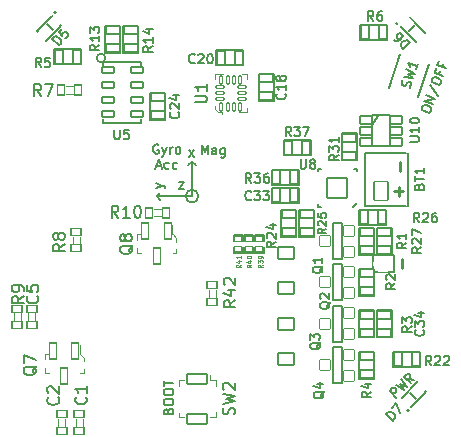
<source format=gto>
G04 #@! TF.GenerationSoftware,KiCad,Pcbnew,(6.0.2-0)*
G04 #@! TF.CreationDate,2022-07-16T10:45:31+02:00*
G04 #@! TF.ProjectId,Crazyflie contol board,4372617a-7966-46c6-9965-20636f6e746f,2.2*
G04 #@! TF.SameCoordinates,Original*
G04 #@! TF.FileFunction,Legend,Top*
G04 #@! TF.FilePolarity,Positive*
%FSLAX46Y46*%
G04 Gerber Fmt 4.6, Leading zero omitted, Abs format (unit mm)*
G04 Created by KiCad (PCBNEW (6.0.2-0)) date 2022-07-16 10:45:31*
%MOMM*%
%LPD*%
G01*
G04 APERTURE LIST*
G04 Aperture macros list*
%AMRoundRect*
0 Rectangle with rounded corners*
0 $1 Rounding radius*
0 $2 $3 $4 $5 $6 $7 $8 $9 X,Y pos of 4 corners*
0 Add a 4 corners polygon primitive as box body*
4,1,4,$2,$3,$4,$5,$6,$7,$8,$9,$2,$3,0*
0 Add four circle primitives for the rounded corners*
1,1,$1+$1,$2,$3*
1,1,$1+$1,$4,$5*
1,1,$1+$1,$6,$7*
1,1,$1+$1,$8,$9*
0 Add four rect primitives between the rounded corners*
20,1,$1+$1,$2,$3,$4,$5,0*
20,1,$1+$1,$4,$5,$6,$7,0*
20,1,$1+$1,$6,$7,$8,$9,0*
20,1,$1+$1,$8,$9,$2,$3,0*%
G04 Aperture macros list end*
%ADD10C,0.200660*%
%ADD11C,0.200025*%
%ADD12C,0.250190*%
%ADD13C,0.175000*%
%ADD14C,0.099060*%
%ADD15C,0.150000*%
%ADD16C,0.127000*%
%ADD17C,0.120000*%
%ADD18C,0.100000*%
%ADD19C,0.381000*%
%ADD20R,1.198880X1.600200*%
%ADD21O,1.198880X1.600200*%
%ADD22RoundRect,0.071120X-0.457200X0.457200X-0.457200X-0.457200X0.457200X-0.457200X0.457200X0.457200X0*%
%ADD23RoundRect,0.071120X-0.500380X0.350520X-0.500380X-0.350520X0.500380X-0.350520X0.500380X0.350520X0*%
%ADD24RoundRect,0.071120X0.571500X-0.317500X0.571500X0.317500X-0.571500X0.317500X-0.571500X-0.317500X0*%
%ADD25RoundRect,0.071120X0.317500X0.571500X-0.317500X0.571500X-0.317500X-0.571500X0.317500X-0.571500X0*%
%ADD26RoundRect,0.071120X-0.571500X0.317500X-0.571500X-0.317500X0.571500X-0.317500X0.571500X0.317500X0*%
%ADD27RoundRect,0.071120X-0.317500X-0.571500X0.317500X-0.571500X0.317500X0.571500X-0.317500X0.571500X0*%
%ADD28O,0.942340X0.391160*%
%ADD29O,0.391160X0.942340*%
%ADD30C,0.523240*%
%ADD31RoundRect,0.071120X0.849630X-0.849630X0.849630X0.849630X-0.849630X0.849630X-0.849630X-0.849630X0*%
%ADD32RoundRect,0.071120X0.000000X0.563960X-0.563960X0.000000X0.000000X-0.563960X0.563960X0.000000X0*%
%ADD33RoundRect,0.071120X0.563960X0.000000X0.000000X0.563960X-0.563960X0.000000X0.000000X-0.563960X0*%
%ADD34RoundRect,0.071120X0.000000X-0.563960X0.563960X0.000000X0.000000X0.563960X-0.563960X0.000000X0*%
%ADD35RoundRect,0.071120X0.599440X-0.800100X0.599440X0.800100X-0.599440X0.800100X-0.599440X-0.800100X0*%
%ADD36O,1.341120X1.742440*%
%ADD37RoundRect,0.071120X0.962672X0.213340X-0.653420X0.738440X-0.962672X-0.213340X0.653420X-0.738440X0*%
%ADD38RoundRect,0.071120X0.500380X-0.250190X0.500380X0.250190X-0.500380X0.250190X-0.500380X-0.250190X0*%
%ADD39RoundRect,0.071120X-0.299720X0.199390X-0.299720X-0.199390X0.299720X-0.199390X0.299720X0.199390X0*%
%ADD40RoundRect,0.071120X-0.400000X0.300000X-0.400000X-0.300000X0.400000X-0.300000X0.400000X0.300000X0*%
%ADD41RoundRect,0.071120X-0.850000X0.400000X-0.850000X-0.400000X0.850000X-0.400000X0.850000X0.400000X0*%
%ADD42RoundRect,0.071120X-0.300000X-0.400000X0.300000X-0.400000X0.300000X0.400000X-0.300000X0.400000X0*%
%ADD43RoundRect,0.071120X0.400000X-0.300000X0.400000X0.300000X-0.400000X0.300000X-0.400000X-0.300000X0*%
%ADD44RoundRect,0.070000X-0.300000X0.650000X-0.300000X-0.650000X0.300000X-0.650000X0.300000X0.650000X0*%
%ADD45C,1.500000*%
%ADD46RoundRect,0.071120X0.125000X-0.337500X0.125000X0.337500X-0.125000X0.337500X-0.125000X-0.337500X0*%
%ADD47RoundRect,0.071120X0.337500X-0.125000X0.337500X0.125000X-0.337500X0.125000X-0.337500X-0.125000X0*%
%ADD48RoundRect,0.071120X0.699770X-0.500380X0.699770X0.500380X-0.699770X0.500380X-0.699770X-0.500380X0*%
%ADD49O,1.541780X1.143000*%
%ADD50O,1.742440X1.341120*%
%ADD51C,0.522240*%
G04 APERTURE END LIST*
D10*
X133700520Y-99702620D02*
X134000240Y-99402900D01*
X133700520Y-99702620D02*
X134000240Y-100002340D01*
X136700260Y-99702620D02*
X133700520Y-99702620D01*
X151998680Y-104703880D02*
X151998680Y-105803700D01*
X136700260Y-96801940D02*
X136400540Y-97101660D01*
X153799540Y-104703880D02*
X151998680Y-104703880D01*
X153799540Y-106103420D02*
X153799540Y-104703880D01*
X136700260Y-99702620D02*
X133700520Y-99702620D01*
X136700260Y-96801940D02*
X136999980Y-97101660D01*
X136700260Y-96801940D02*
X136700260Y-99702620D01*
X152199340Y-106103420D02*
X153799540Y-106103420D01*
X137239375Y-99702620D02*
G75*
G03*
X137239375Y-99702620I-539115J0D01*
G01*
X136700260Y-96801940D02*
X136700260Y-99702620D01*
X136400540Y-97101660D02*
X136400540Y-97104200D01*
X136999980Y-97101660D02*
X136999980Y-97104200D01*
X137239375Y-99702620D02*
G75*
G03*
X137239375Y-99702620I-539115J0D01*
G01*
X136700260Y-96801940D02*
X136999980Y-97101660D01*
X136400540Y-97101660D02*
X136400540Y-97104200D01*
X136999980Y-97101660D02*
X136999980Y-97104200D01*
X136700260Y-96801940D02*
X136400540Y-97101660D01*
D11*
X136490710Y-96363790D02*
X136909810Y-95830390D01*
X136490710Y-95830390D02*
X136909810Y-96363790D01*
X133859270Y-95338710D02*
X133783070Y-95300610D01*
X133668770Y-95300610D01*
X133554470Y-95338710D01*
X133478270Y-95414910D01*
X133440170Y-95491110D01*
X133402070Y-95643510D01*
X133402070Y-95757810D01*
X133440170Y-95910210D01*
X133478270Y-95986410D01*
X133554470Y-96062610D01*
X133668770Y-96100710D01*
X133744970Y-96100710D01*
X133859270Y-96062610D01*
X133897370Y-96024510D01*
X133897370Y-95757810D01*
X133744970Y-95757810D01*
X134164070Y-95567310D02*
X134354570Y-96100710D01*
X134545070Y-95567310D02*
X134354570Y-96100710D01*
X134278370Y-96291210D01*
X134240270Y-96329310D01*
X134164070Y-96367410D01*
X134849870Y-96100710D02*
X134849870Y-95567310D01*
X134849870Y-95719710D02*
X134887970Y-95643510D01*
X134926070Y-95605410D01*
X135002270Y-95567310D01*
X135078470Y-95567310D01*
X135459470Y-96100710D02*
X135383270Y-96062610D01*
X135345170Y-96024510D01*
X135307070Y-95948310D01*
X135307070Y-95719710D01*
X135345170Y-95643510D01*
X135383270Y-95605410D01*
X135459470Y-95567310D01*
X135573770Y-95567310D01*
X135649970Y-95605410D01*
X135688070Y-95643510D01*
X135726170Y-95719710D01*
X135726170Y-95948310D01*
X135688070Y-96024510D01*
X135649970Y-96062610D01*
X135573770Y-96100710D01*
X135459470Y-96100710D01*
X133687820Y-97160271D02*
X134068820Y-97160271D01*
X133611620Y-97388871D02*
X133878320Y-96588771D01*
X134145020Y-97388871D01*
X134754620Y-97350771D02*
X134678420Y-97388871D01*
X134526020Y-97388871D01*
X134449820Y-97350771D01*
X134411720Y-97312671D01*
X134373620Y-97236471D01*
X134373620Y-97007871D01*
X134411720Y-96931671D01*
X134449820Y-96893571D01*
X134526020Y-96855471D01*
X134678420Y-96855471D01*
X134754620Y-96893571D01*
X135440420Y-97350771D02*
X135364220Y-97388871D01*
X135211820Y-97388871D01*
X135135620Y-97350771D01*
X135097520Y-97312671D01*
X135059420Y-97236471D01*
X135059420Y-97007871D01*
X135097520Y-96931671D01*
X135135620Y-96893571D01*
X135211820Y-96855471D01*
X135364220Y-96855471D01*
X135440420Y-96893571D01*
D12*
X153819618Y-99271182D02*
X154582101Y-99271182D01*
X154200860Y-99652424D02*
X154200860Y-98889940D01*
D11*
X133628130Y-98993960D02*
X134161530Y-98803460D01*
X133628130Y-98612960D02*
X134161530Y-98803460D01*
X134352030Y-98879660D01*
X134390130Y-98917760D01*
X134428230Y-98993960D01*
X154001595Y-116760278D02*
X153435839Y-116194522D01*
X153651365Y-115978996D01*
X153732188Y-115952055D01*
X153786069Y-115952055D01*
X153866891Y-115978996D01*
X153947714Y-116059818D01*
X153974655Y-116140641D01*
X153974655Y-116194522D01*
X153947714Y-116275344D01*
X153732188Y-116490871D01*
X153947714Y-115682648D02*
X154648174Y-116113700D01*
X154351825Y-115601825D01*
X154863700Y-115898174D01*
X154432648Y-115197714D01*
X155537219Y-115224655D02*
X155079226Y-115143832D01*
X155213930Y-115547944D02*
X154648174Y-114982188D01*
X154863700Y-114766661D01*
X154944522Y-114739721D01*
X154998404Y-114739721D01*
X155079226Y-114766661D01*
X155160048Y-114847484D01*
X155186989Y-114928306D01*
X155186989Y-114982188D01*
X155160048Y-115063010D01*
X154944522Y-115278536D01*
X137509400Y-96161950D02*
X137509400Y-95361850D01*
X137776100Y-95933350D01*
X138042800Y-95361850D01*
X138042800Y-96161950D01*
X138766700Y-96161950D02*
X138766700Y-95742850D01*
X138728600Y-95666650D01*
X138652400Y-95628550D01*
X138500000Y-95628550D01*
X138423800Y-95666650D01*
X138766700Y-96123850D02*
X138690500Y-96161950D01*
X138500000Y-96161950D01*
X138423800Y-96123850D01*
X138385700Y-96047650D01*
X138385700Y-95971450D01*
X138423800Y-95895250D01*
X138500000Y-95857150D01*
X138690500Y-95857150D01*
X138766700Y-95819050D01*
X139490600Y-95628550D02*
X139490600Y-96276250D01*
X139452500Y-96352450D01*
X139414400Y-96390550D01*
X139338200Y-96428650D01*
X139223900Y-96428650D01*
X139147700Y-96390550D01*
X139490600Y-96123850D02*
X139414400Y-96161950D01*
X139262000Y-96161950D01*
X139185800Y-96123850D01*
X139147700Y-96085750D01*
X139109600Y-96009550D01*
X139109600Y-95780950D01*
X139147700Y-95704750D01*
X139185800Y-95666650D01*
X139262000Y-95628550D01*
X139414400Y-95628550D01*
X139490600Y-95666650D01*
D12*
X154470462Y-105783621D02*
X154470462Y-105021138D01*
D11*
X134692850Y-117885850D02*
X134730950Y-117771550D01*
X134769050Y-117733450D01*
X134845250Y-117695350D01*
X134959550Y-117695350D01*
X135035750Y-117733450D01*
X135073850Y-117771550D01*
X135111950Y-117847750D01*
X135111950Y-118152550D01*
X134311850Y-118152550D01*
X134311850Y-117885850D01*
X134349950Y-117809650D01*
X134388050Y-117771550D01*
X134464250Y-117733450D01*
X134540450Y-117733450D01*
X134616650Y-117771550D01*
X134654750Y-117809650D01*
X134692850Y-117885850D01*
X134692850Y-118152550D01*
X134311850Y-117200050D02*
X134311850Y-117047650D01*
X134349950Y-116971450D01*
X134426150Y-116895250D01*
X134578550Y-116857150D01*
X134845250Y-116857150D01*
X134997650Y-116895250D01*
X135073850Y-116971450D01*
X135111950Y-117047650D01*
X135111950Y-117200050D01*
X135073850Y-117276250D01*
X134997650Y-117352450D01*
X134845250Y-117390550D01*
X134578550Y-117390550D01*
X134426150Y-117352450D01*
X134349950Y-117276250D01*
X134311850Y-117200050D01*
X134311850Y-116361850D02*
X134311850Y-116209450D01*
X134349950Y-116133250D01*
X134426150Y-116057050D01*
X134578550Y-116018950D01*
X134845250Y-116018950D01*
X134997650Y-116057050D01*
X135073850Y-116133250D01*
X135111950Y-116209450D01*
X135111950Y-116361850D01*
X135073850Y-116438050D01*
X134997650Y-116514250D01*
X134845250Y-116552350D01*
X134578550Y-116552350D01*
X134426150Y-116514250D01*
X134349950Y-116438050D01*
X134311850Y-116361850D01*
X134311850Y-115790350D02*
X134311850Y-115333150D01*
X135111950Y-115561750D02*
X134311850Y-115561750D01*
X135589010Y-98530410D02*
X136008110Y-98530410D01*
X135589010Y-99063810D01*
X136008110Y-99063810D01*
X156147632Y-92247665D02*
X156199756Y-92104456D01*
X156261620Y-92045882D01*
X156359287Y-92000339D01*
X156515527Y-92016661D01*
X156766143Y-92107878D01*
X156896321Y-92195804D01*
X156941863Y-92293470D01*
X156951604Y-92378106D01*
X156899480Y-92521315D01*
X156837616Y-92579889D01*
X156739949Y-92625431D01*
X156583709Y-92609110D01*
X156333093Y-92517893D01*
X156202915Y-92429967D01*
X156157372Y-92332300D01*
X156147632Y-92247665D01*
X157134037Y-91876874D02*
X156382189Y-91603223D01*
X157290409Y-91447246D01*
X156538561Y-91173596D01*
X156828533Y-90265508D02*
X157560637Y-91261785D01*
X157007676Y-89884714D02*
X157059800Y-89741504D01*
X157121664Y-89682931D01*
X157219330Y-89637388D01*
X157375570Y-89653710D01*
X157626187Y-89744927D01*
X157756365Y-89832853D01*
X157801907Y-89930519D01*
X157811648Y-90015155D01*
X157759524Y-90158364D01*
X157697660Y-90216938D01*
X157599993Y-90262480D01*
X157443753Y-90246159D01*
X157193137Y-90154942D01*
X157062959Y-90067016D01*
X157017416Y-89969349D01*
X157007676Y-89884714D01*
X157691473Y-89119966D02*
X157600256Y-89370582D01*
X157994081Y-89513923D02*
X157242233Y-89240272D01*
X157372543Y-88882250D01*
X157926030Y-88475525D02*
X157834813Y-88726141D01*
X158228639Y-88869482D02*
X157476791Y-88595831D01*
X157607100Y-88237808D01*
D12*
X154272342Y-97581961D02*
X154272342Y-96819478D01*
D11*
X147788150Y-105626200D02*
X147750050Y-105702400D01*
X147673850Y-105778600D01*
X147559550Y-105892900D01*
X147521450Y-105969100D01*
X147521450Y-106045300D01*
X147711950Y-106007200D02*
X147673850Y-106083400D01*
X147597650Y-106159600D01*
X147445250Y-106197700D01*
X147178550Y-106197700D01*
X147026150Y-106159600D01*
X146949950Y-106083400D01*
X146911850Y-106007200D01*
X146911850Y-105854800D01*
X146949950Y-105778600D01*
X147026150Y-105702400D01*
X147178550Y-105664300D01*
X147445250Y-105664300D01*
X147597650Y-105702400D01*
X147673850Y-105778600D01*
X147711950Y-105854800D01*
X147711950Y-106007200D01*
X147711950Y-104902300D02*
X147711950Y-105359500D01*
X147711950Y-105130900D02*
X146911850Y-105130900D01*
X147026150Y-105207100D01*
X147102350Y-105283300D01*
X147140450Y-105359500D01*
X148393150Y-108661200D02*
X148355050Y-108737400D01*
X148278850Y-108813600D01*
X148164550Y-108927900D01*
X148126450Y-109004100D01*
X148126450Y-109080300D01*
X148316950Y-109042200D02*
X148278850Y-109118400D01*
X148202650Y-109194600D01*
X148050250Y-109232700D01*
X147783550Y-109232700D01*
X147631150Y-109194600D01*
X147554950Y-109118400D01*
X147516850Y-109042200D01*
X147516850Y-108889800D01*
X147554950Y-108813600D01*
X147631150Y-108737400D01*
X147783550Y-108699300D01*
X148050250Y-108699300D01*
X148202650Y-108737400D01*
X148278850Y-108813600D01*
X148316950Y-108889800D01*
X148316950Y-109042200D01*
X147593050Y-108394500D02*
X147554950Y-108356400D01*
X147516850Y-108280200D01*
X147516850Y-108089700D01*
X147554950Y-108013500D01*
X147593050Y-107975400D01*
X147669250Y-107937300D01*
X147745450Y-107937300D01*
X147859750Y-107975400D01*
X148316950Y-108432600D01*
X148316950Y-107937300D01*
X147588150Y-112076200D02*
X147550050Y-112152400D01*
X147473850Y-112228600D01*
X147359550Y-112342900D01*
X147321450Y-112419100D01*
X147321450Y-112495300D01*
X147511950Y-112457200D02*
X147473850Y-112533400D01*
X147397650Y-112609600D01*
X147245250Y-112647700D01*
X146978550Y-112647700D01*
X146826150Y-112609600D01*
X146749950Y-112533400D01*
X146711850Y-112457200D01*
X146711850Y-112304800D01*
X146749950Y-112228600D01*
X146826150Y-112152400D01*
X146978550Y-112114300D01*
X147245250Y-112114300D01*
X147397650Y-112152400D01*
X147473850Y-112228600D01*
X147511950Y-112304800D01*
X147511950Y-112457200D01*
X146711850Y-111847600D02*
X146711850Y-111352300D01*
X147016650Y-111619000D01*
X147016650Y-111504700D01*
X147054750Y-111428500D01*
X147092850Y-111390400D01*
X147169050Y-111352300D01*
X147359550Y-111352300D01*
X147435750Y-111390400D01*
X147473850Y-111428500D01*
X147511950Y-111504700D01*
X147511950Y-111733300D01*
X147473850Y-111809500D01*
X147435750Y-111847600D01*
X147888150Y-116226200D02*
X147850050Y-116302400D01*
X147773850Y-116378600D01*
X147659550Y-116492900D01*
X147621450Y-116569100D01*
X147621450Y-116645300D01*
X147811950Y-116607200D02*
X147773850Y-116683400D01*
X147697650Y-116759600D01*
X147545250Y-116797700D01*
X147278550Y-116797700D01*
X147126150Y-116759600D01*
X147049950Y-116683400D01*
X147011850Y-116607200D01*
X147011850Y-116454800D01*
X147049950Y-116378600D01*
X147126150Y-116302400D01*
X147278550Y-116264300D01*
X147545250Y-116264300D01*
X147697650Y-116302400D01*
X147773850Y-116378600D01*
X147811950Y-116454800D01*
X147811950Y-116607200D01*
X147278550Y-115578500D02*
X147811950Y-115578500D01*
X146973750Y-115769000D02*
X147545250Y-115959500D01*
X147545250Y-115464200D01*
X155136850Y-95095060D02*
X155784550Y-95095060D01*
X155860750Y-95056960D01*
X155898850Y-95018860D01*
X155936950Y-94942660D01*
X155936950Y-94790260D01*
X155898850Y-94714060D01*
X155860750Y-94675960D01*
X155784550Y-94637860D01*
X155136850Y-94637860D01*
X155936950Y-93837760D02*
X155936950Y-94294960D01*
X155936950Y-94066360D02*
X155136850Y-94066360D01*
X155251150Y-94142560D01*
X155327350Y-94218760D01*
X155365450Y-94294960D01*
X155136850Y-93342460D02*
X155136850Y-93266260D01*
X155174950Y-93190060D01*
X155213050Y-93151960D01*
X155289250Y-93113860D01*
X155441650Y-93075760D01*
X155632150Y-93075760D01*
X155784550Y-93113860D01*
X155860750Y-93151960D01*
X155898850Y-93190060D01*
X155936950Y-93266260D01*
X155936950Y-93342460D01*
X155898850Y-93418660D01*
X155860750Y-93456760D01*
X155784550Y-93494860D01*
X155632150Y-93532960D01*
X155441650Y-93532960D01*
X155289250Y-93494860D01*
X155213050Y-93456760D01*
X155174950Y-93418660D01*
X155136850Y-93342460D01*
X156285750Y-111014350D02*
X156323850Y-111052450D01*
X156361950Y-111166750D01*
X156361950Y-111242950D01*
X156323850Y-111357250D01*
X156247650Y-111433450D01*
X156171450Y-111471550D01*
X156019050Y-111509650D01*
X155904750Y-111509650D01*
X155752350Y-111471550D01*
X155676150Y-111433450D01*
X155599950Y-111357250D01*
X155561850Y-111242950D01*
X155561850Y-111166750D01*
X155599950Y-111052450D01*
X155638050Y-111014350D01*
X155561850Y-110747650D02*
X155561850Y-110252350D01*
X155866650Y-110519050D01*
X155866650Y-110404750D01*
X155904750Y-110328550D01*
X155942850Y-110290450D01*
X156019050Y-110252350D01*
X156209550Y-110252350D01*
X156285750Y-110290450D01*
X156323850Y-110328550D01*
X156361950Y-110404750D01*
X156361950Y-110633350D01*
X156323850Y-110709550D01*
X156285750Y-110747650D01*
X155828550Y-109566550D02*
X156361950Y-109566550D01*
X155523750Y-109757050D02*
X156095250Y-109947550D01*
X156095250Y-109452250D01*
X144557750Y-91014350D02*
X144595850Y-91052450D01*
X144633950Y-91166750D01*
X144633950Y-91242950D01*
X144595850Y-91357250D01*
X144519650Y-91433450D01*
X144443450Y-91471550D01*
X144291050Y-91509650D01*
X144176750Y-91509650D01*
X144024350Y-91471550D01*
X143948150Y-91433450D01*
X143871950Y-91357250D01*
X143833850Y-91242950D01*
X143833850Y-91166750D01*
X143871950Y-91052450D01*
X143910050Y-91014350D01*
X144633950Y-90252350D02*
X144633950Y-90709550D01*
X144633950Y-90480950D02*
X143833850Y-90480950D01*
X143948150Y-90557150D01*
X144024350Y-90633350D01*
X144062450Y-90709550D01*
X144176750Y-89795150D02*
X144138650Y-89871350D01*
X144100550Y-89909450D01*
X144024350Y-89947550D01*
X143986250Y-89947550D01*
X143910050Y-89909450D01*
X143871950Y-89871350D01*
X143833850Y-89795150D01*
X143833850Y-89642750D01*
X143871950Y-89566550D01*
X143910050Y-89528450D01*
X143986250Y-89490350D01*
X144024350Y-89490350D01*
X144100550Y-89528450D01*
X144138650Y-89566550D01*
X144176750Y-89642750D01*
X144176750Y-89795150D01*
X144214850Y-89871350D01*
X144252950Y-89909450D01*
X144329150Y-89947550D01*
X144481550Y-89947550D01*
X144557750Y-89909450D01*
X144595850Y-89871350D01*
X144633950Y-89795150D01*
X144633950Y-89642750D01*
X144595850Y-89566550D01*
X144557750Y-89528450D01*
X144481550Y-89490350D01*
X144329150Y-89490350D01*
X144252950Y-89528450D01*
X144214850Y-89566550D01*
X144176750Y-89642750D01*
X136935650Y-88385750D02*
X136897550Y-88423850D01*
X136783250Y-88461950D01*
X136707050Y-88461950D01*
X136592750Y-88423850D01*
X136516550Y-88347650D01*
X136478450Y-88271450D01*
X136440350Y-88119050D01*
X136440350Y-88004750D01*
X136478450Y-87852350D01*
X136516550Y-87776150D01*
X136592750Y-87699950D01*
X136707050Y-87661850D01*
X136783250Y-87661850D01*
X136897550Y-87699950D01*
X136935650Y-87738050D01*
X137240450Y-87738050D02*
X137278550Y-87699950D01*
X137354750Y-87661850D01*
X137545250Y-87661850D01*
X137621450Y-87699950D01*
X137659550Y-87738050D01*
X137697650Y-87814250D01*
X137697650Y-87890450D01*
X137659550Y-88004750D01*
X137202350Y-88461950D01*
X137697650Y-88461950D01*
X138192950Y-87661850D02*
X138269150Y-87661850D01*
X138345350Y-87699950D01*
X138383450Y-87738050D01*
X138421550Y-87814250D01*
X138459650Y-87966650D01*
X138459650Y-88157150D01*
X138421550Y-88309550D01*
X138383450Y-88385750D01*
X138345350Y-88423850D01*
X138269150Y-88461950D01*
X138192950Y-88461950D01*
X138116750Y-88423850D01*
X138078650Y-88385750D01*
X138040550Y-88309550D01*
X138002450Y-88157150D01*
X138002450Y-87966650D01*
X138040550Y-87814250D01*
X138078650Y-87738050D01*
X138116750Y-87699950D01*
X138192950Y-87661850D01*
X133361950Y-87014350D02*
X132980950Y-87281050D01*
X133361950Y-87471550D02*
X132561850Y-87471550D01*
X132561850Y-87166750D01*
X132599950Y-87090550D01*
X132638050Y-87052450D01*
X132714250Y-87014350D01*
X132828550Y-87014350D01*
X132904750Y-87052450D01*
X132942850Y-87090550D01*
X132980950Y-87166750D01*
X132980950Y-87471550D01*
X133361950Y-86252350D02*
X133361950Y-86709550D01*
X133361950Y-86480950D02*
X132561850Y-86480950D01*
X132676150Y-86557150D01*
X132752350Y-86633350D01*
X132790450Y-86709550D01*
X132828550Y-85566550D02*
X133361950Y-85566550D01*
X132523750Y-85757050D02*
X133095250Y-85947550D01*
X133095250Y-85452250D01*
X128861950Y-86874350D02*
X128480950Y-87141050D01*
X128861950Y-87331550D02*
X128061850Y-87331550D01*
X128061850Y-87026750D01*
X128099950Y-86950550D01*
X128138050Y-86912450D01*
X128214250Y-86874350D01*
X128328550Y-86874350D01*
X128404750Y-86912450D01*
X128442850Y-86950550D01*
X128480950Y-87026750D01*
X128480950Y-87331550D01*
X128861950Y-86112350D02*
X128861950Y-86569550D01*
X128861950Y-86340950D02*
X128061850Y-86340950D01*
X128176150Y-86417150D01*
X128252350Y-86493350D01*
X128290450Y-86569550D01*
X128061850Y-85845650D02*
X128061850Y-85350350D01*
X128366650Y-85617050D01*
X128366650Y-85502750D01*
X128404750Y-85426550D01*
X128442850Y-85388450D01*
X128519050Y-85350350D01*
X128709550Y-85350350D01*
X128785750Y-85388450D01*
X128823850Y-85426550D01*
X128861950Y-85502750D01*
X128861950Y-85731350D01*
X128823850Y-85807550D01*
X128785750Y-85845650D01*
X156965650Y-114026950D02*
X156698950Y-113645950D01*
X156508450Y-114026950D02*
X156508450Y-113226850D01*
X156813250Y-113226850D01*
X156889450Y-113264950D01*
X156927550Y-113303050D01*
X156965650Y-113379250D01*
X156965650Y-113493550D01*
X156927550Y-113569750D01*
X156889450Y-113607850D01*
X156813250Y-113645950D01*
X156508450Y-113645950D01*
X157270450Y-113303050D02*
X157308550Y-113264950D01*
X157384750Y-113226850D01*
X157575250Y-113226850D01*
X157651450Y-113264950D01*
X157689550Y-113303050D01*
X157727650Y-113379250D01*
X157727650Y-113455450D01*
X157689550Y-113569750D01*
X157232350Y-114026950D01*
X157727650Y-114026950D01*
X158032450Y-113303050D02*
X158070550Y-113264950D01*
X158146750Y-113226850D01*
X158337250Y-113226850D01*
X158413450Y-113264950D01*
X158451550Y-113303050D01*
X158489650Y-113379250D01*
X158489650Y-113455450D01*
X158451550Y-113569750D01*
X157994350Y-114026950D01*
X158489650Y-114026950D01*
X155935650Y-101911950D02*
X155668950Y-101530950D01*
X155478450Y-101911950D02*
X155478450Y-101111850D01*
X155783250Y-101111850D01*
X155859450Y-101149950D01*
X155897550Y-101188050D01*
X155935650Y-101264250D01*
X155935650Y-101378550D01*
X155897550Y-101454750D01*
X155859450Y-101492850D01*
X155783250Y-101530950D01*
X155478450Y-101530950D01*
X156240450Y-101188050D02*
X156278550Y-101149950D01*
X156354750Y-101111850D01*
X156545250Y-101111850D01*
X156621450Y-101149950D01*
X156659550Y-101188050D01*
X156697650Y-101264250D01*
X156697650Y-101340450D01*
X156659550Y-101454750D01*
X156202350Y-101911950D01*
X156697650Y-101911950D01*
X157383450Y-101111850D02*
X157231050Y-101111850D01*
X157154850Y-101149950D01*
X157116750Y-101188050D01*
X157040550Y-101302350D01*
X157002450Y-101454750D01*
X157002450Y-101759550D01*
X157040550Y-101835750D01*
X157078650Y-101873850D01*
X157154850Y-101911950D01*
X157307250Y-101911950D01*
X157383450Y-101873850D01*
X157421550Y-101835750D01*
X157459650Y-101759550D01*
X157459650Y-101569050D01*
X157421550Y-101492850D01*
X157383450Y-101454750D01*
X157307250Y-101416650D01*
X157154850Y-101416650D01*
X157078650Y-101454750D01*
X157040550Y-101492850D01*
X157002450Y-101569050D01*
X156111950Y-104016810D02*
X155730950Y-104283510D01*
X156111950Y-104474010D02*
X155311850Y-104474010D01*
X155311850Y-104169210D01*
X155349950Y-104093010D01*
X155388050Y-104054910D01*
X155464250Y-104016810D01*
X155578550Y-104016810D01*
X155654750Y-104054910D01*
X155692850Y-104093010D01*
X155730950Y-104169210D01*
X155730950Y-104474010D01*
X155388050Y-103712010D02*
X155349950Y-103673910D01*
X155311850Y-103597710D01*
X155311850Y-103407210D01*
X155349950Y-103331010D01*
X155388050Y-103292910D01*
X155464250Y-103254810D01*
X155540450Y-103254810D01*
X155654750Y-103292910D01*
X156111950Y-103750110D01*
X156111950Y-103254810D01*
X155311850Y-102988110D02*
X155311850Y-102454710D01*
X156111950Y-102797610D01*
X123916650Y-88761950D02*
X123649950Y-88380950D01*
X123459450Y-88761950D02*
X123459450Y-87961850D01*
X123764250Y-87961850D01*
X123840450Y-87999950D01*
X123878550Y-88038050D01*
X123916650Y-88114250D01*
X123916650Y-88228550D01*
X123878550Y-88304750D01*
X123840450Y-88342850D01*
X123764250Y-88380950D01*
X123459450Y-88380950D01*
X124640550Y-87961850D02*
X124259550Y-87961850D01*
X124221450Y-88342850D01*
X124259550Y-88304750D01*
X124335750Y-88266650D01*
X124526250Y-88266650D01*
X124602450Y-88304750D01*
X124640550Y-88342850D01*
X124678650Y-88419050D01*
X124678650Y-88609550D01*
X124640550Y-88685750D01*
X124602450Y-88723850D01*
X124526250Y-88761950D01*
X124335750Y-88761950D01*
X124259550Y-88723850D01*
X124221450Y-88685750D01*
X151861950Y-116283350D02*
X151480950Y-116550050D01*
X151861950Y-116740550D02*
X151061850Y-116740550D01*
X151061850Y-116435750D01*
X151099950Y-116359550D01*
X151138050Y-116321450D01*
X151214250Y-116283350D01*
X151328550Y-116283350D01*
X151404750Y-116321450D01*
X151442850Y-116359550D01*
X151480950Y-116435750D01*
X151480950Y-116740550D01*
X151328550Y-115597550D02*
X151861950Y-115597550D01*
X151023750Y-115788050D02*
X151595250Y-115978550D01*
X151595250Y-115483250D01*
X155311950Y-110733350D02*
X154930950Y-111000050D01*
X155311950Y-111190550D02*
X154511850Y-111190550D01*
X154511850Y-110885750D01*
X154549950Y-110809550D01*
X154588050Y-110771450D01*
X154664250Y-110733350D01*
X154778550Y-110733350D01*
X154854750Y-110771450D01*
X154892850Y-110809550D01*
X154930950Y-110885750D01*
X154930950Y-111190550D01*
X154511850Y-110466650D02*
X154511850Y-109971350D01*
X154816650Y-110238050D01*
X154816650Y-110123750D01*
X154854750Y-110047550D01*
X154892850Y-110009450D01*
X154969050Y-109971350D01*
X155159550Y-109971350D01*
X155235750Y-110009450D01*
X155273850Y-110047550D01*
X155311950Y-110123750D01*
X155311950Y-110352350D01*
X155273850Y-110428550D01*
X155235750Y-110466650D01*
X153911950Y-107083350D02*
X153530950Y-107350050D01*
X153911950Y-107540550D02*
X153111850Y-107540550D01*
X153111850Y-107235750D01*
X153149950Y-107159550D01*
X153188050Y-107121450D01*
X153264250Y-107083350D01*
X153378550Y-107083350D01*
X153454750Y-107121450D01*
X153492850Y-107159550D01*
X153530950Y-107235750D01*
X153530950Y-107540550D01*
X153188050Y-106778550D02*
X153149950Y-106740450D01*
X153111850Y-106664250D01*
X153111850Y-106473750D01*
X153149950Y-106397550D01*
X153188050Y-106359450D01*
X153264250Y-106321350D01*
X153340450Y-106321350D01*
X153454750Y-106359450D01*
X153911950Y-106816650D01*
X153911950Y-106321350D01*
X154861950Y-103635810D02*
X154480950Y-103902510D01*
X154861950Y-104093010D02*
X154061850Y-104093010D01*
X154061850Y-103788210D01*
X154099950Y-103712010D01*
X154138050Y-103673910D01*
X154214250Y-103635810D01*
X154328550Y-103635810D01*
X154404750Y-103673910D01*
X154442850Y-103712010D01*
X154480950Y-103788210D01*
X154480950Y-104093010D01*
X154861950Y-102873810D02*
X154861950Y-103331010D01*
X154861950Y-103102410D02*
X154061850Y-103102410D01*
X154176150Y-103178610D01*
X154252350Y-103254810D01*
X154290450Y-103331010D01*
X145890400Y-96561850D02*
X145890400Y-97209550D01*
X145928500Y-97285750D01*
X145966600Y-97323850D01*
X146042800Y-97361950D01*
X146195200Y-97361950D01*
X146271400Y-97323850D01*
X146309500Y-97285750D01*
X146347600Y-97209550D01*
X146347600Y-96561850D01*
X146842900Y-96904750D02*
X146766700Y-96866650D01*
X146728600Y-96828550D01*
X146690500Y-96752350D01*
X146690500Y-96714250D01*
X146728600Y-96638050D01*
X146766700Y-96599950D01*
X146842900Y-96561850D01*
X146995300Y-96561850D01*
X147071500Y-96599950D01*
X147109600Y-96638050D01*
X147147700Y-96714250D01*
X147147700Y-96752350D01*
X147109600Y-96828550D01*
X147071500Y-96866650D01*
X146995300Y-96904750D01*
X146842900Y-96904750D01*
X146766700Y-96942850D01*
X146728600Y-96980950D01*
X146690500Y-97057150D01*
X146690500Y-97209550D01*
X146728600Y-97285750D01*
X146766700Y-97323850D01*
X146842900Y-97361950D01*
X146995300Y-97361950D01*
X147071500Y-97323850D01*
X147109600Y-97285750D01*
X147147700Y-97209550D01*
X147147700Y-97057150D01*
X147109600Y-96980950D01*
X147071500Y-96942850D01*
X146995300Y-96904750D01*
X153691235Y-118702239D02*
X153125479Y-118136483D01*
X153260183Y-118001779D01*
X153367946Y-117947897D01*
X153475709Y-117947897D01*
X153556531Y-117974838D01*
X153691235Y-118055660D01*
X153772057Y-118136483D01*
X153852880Y-118271186D01*
X153879820Y-118352009D01*
X153879820Y-118459772D01*
X153825939Y-118567535D01*
X153691235Y-118702239D01*
X153637353Y-117624608D02*
X154014524Y-117247437D01*
X154337813Y-118055660D01*
X155153681Y-86684302D02*
X154587925Y-87250058D01*
X154453221Y-87115354D01*
X154399339Y-87007591D01*
X154399339Y-86899828D01*
X154426280Y-86819006D01*
X154507102Y-86684302D01*
X154587925Y-86603480D01*
X154722628Y-86522658D01*
X154803451Y-86495717D01*
X154911214Y-86495717D01*
X155018977Y-86549598D01*
X155153681Y-86684302D01*
X153779702Y-86441835D02*
X153887465Y-86549598D01*
X153968287Y-86576539D01*
X154022168Y-86576539D01*
X154156872Y-86549598D01*
X154291576Y-86468776D01*
X154507102Y-86253250D01*
X154534043Y-86172428D01*
X154534043Y-86118546D01*
X154507102Y-86037724D01*
X154399339Y-85929961D01*
X154318517Y-85903020D01*
X154264635Y-85903020D01*
X154183813Y-85929961D01*
X154049109Y-86064664D01*
X154022168Y-86145487D01*
X154022168Y-86199368D01*
X154049109Y-86280191D01*
X154156872Y-86387954D01*
X154237695Y-86414894D01*
X154291576Y-86414894D01*
X154372398Y-86387954D01*
X125441355Y-86936999D02*
X124875599Y-86371243D01*
X125010303Y-86236539D01*
X125118066Y-86182657D01*
X125225829Y-86182657D01*
X125306651Y-86209598D01*
X125441355Y-86290420D01*
X125522177Y-86371243D01*
X125603000Y-86505946D01*
X125629940Y-86586769D01*
X125629940Y-86694532D01*
X125576059Y-86802295D01*
X125441355Y-86936999D01*
X125710763Y-85536079D02*
X125441355Y-85805486D01*
X125683822Y-86101835D01*
X125683822Y-86047953D01*
X125710763Y-85967131D01*
X125845466Y-85832427D01*
X125926289Y-85805486D01*
X125980170Y-85805486D01*
X126060993Y-85832427D01*
X126195696Y-85967131D01*
X126222637Y-86047953D01*
X126222637Y-86101835D01*
X126195696Y-86182657D01*
X126060993Y-86317361D01*
X125980170Y-86344302D01*
X125926289Y-86344302D01*
X149111950Y-96214350D02*
X148730950Y-96481050D01*
X149111950Y-96671550D02*
X148311850Y-96671550D01*
X148311850Y-96366750D01*
X148349950Y-96290550D01*
X148388050Y-96252450D01*
X148464250Y-96214350D01*
X148578550Y-96214350D01*
X148654750Y-96252450D01*
X148692850Y-96290550D01*
X148730950Y-96366750D01*
X148730950Y-96671550D01*
X148311850Y-95947650D02*
X148311850Y-95452350D01*
X148616650Y-95719050D01*
X148616650Y-95604750D01*
X148654750Y-95528550D01*
X148692850Y-95490450D01*
X148769050Y-95452350D01*
X148959550Y-95452350D01*
X149035750Y-95490450D01*
X149073850Y-95528550D01*
X149111950Y-95604750D01*
X149111950Y-95833350D01*
X149073850Y-95909550D01*
X149035750Y-95947650D01*
X149111950Y-94690350D02*
X149111950Y-95147550D01*
X149111950Y-94918950D02*
X148311850Y-94918950D01*
X148426150Y-94995150D01*
X148502350Y-95071350D01*
X148540450Y-95147550D01*
X143811950Y-103564350D02*
X143430950Y-103831050D01*
X143811950Y-104021550D02*
X143011850Y-104021550D01*
X143011850Y-103716750D01*
X143049950Y-103640550D01*
X143088050Y-103602450D01*
X143164250Y-103564350D01*
X143278550Y-103564350D01*
X143354750Y-103602450D01*
X143392850Y-103640550D01*
X143430950Y-103716750D01*
X143430950Y-104021550D01*
X143088050Y-103259550D02*
X143049950Y-103221450D01*
X143011850Y-103145250D01*
X143011850Y-102954750D01*
X143049950Y-102878550D01*
X143088050Y-102840450D01*
X143164250Y-102802350D01*
X143240450Y-102802350D01*
X143354750Y-102840450D01*
X143811950Y-103297650D01*
X143811950Y-102802350D01*
X143278550Y-102116550D02*
X143811950Y-102116550D01*
X142973750Y-102307050D02*
X143545250Y-102497550D01*
X143545250Y-102002250D01*
X141725650Y-99980750D02*
X141687550Y-100018850D01*
X141573250Y-100056950D01*
X141497050Y-100056950D01*
X141382750Y-100018850D01*
X141306550Y-99942650D01*
X141268450Y-99866450D01*
X141230350Y-99714050D01*
X141230350Y-99599750D01*
X141268450Y-99447350D01*
X141306550Y-99371150D01*
X141382750Y-99294950D01*
X141497050Y-99256850D01*
X141573250Y-99256850D01*
X141687550Y-99294950D01*
X141725650Y-99333050D01*
X141992350Y-99256850D02*
X142487650Y-99256850D01*
X142220950Y-99561650D01*
X142335250Y-99561650D01*
X142411450Y-99599750D01*
X142449550Y-99637850D01*
X142487650Y-99714050D01*
X142487650Y-99904550D01*
X142449550Y-99980750D01*
X142411450Y-100018850D01*
X142335250Y-100056950D01*
X142106650Y-100056950D01*
X142030450Y-100018850D01*
X141992350Y-99980750D01*
X142754350Y-99256850D02*
X143249650Y-99256850D01*
X142982950Y-99561650D01*
X143097250Y-99561650D01*
X143173450Y-99599750D01*
X143211550Y-99637850D01*
X143249650Y-99714050D01*
X143249650Y-99904550D01*
X143211550Y-99980750D01*
X143173450Y-100018850D01*
X143097250Y-100056950D01*
X142868650Y-100056950D01*
X142792450Y-100018850D01*
X142754350Y-99980750D01*
X152068530Y-84861950D02*
X151801830Y-84480950D01*
X151611330Y-84861950D02*
X151611330Y-84061850D01*
X151916130Y-84061850D01*
X151992330Y-84099950D01*
X152030430Y-84138050D01*
X152068530Y-84214250D01*
X152068530Y-84328550D01*
X152030430Y-84404750D01*
X151992330Y-84442850D01*
X151916130Y-84480950D01*
X151611330Y-84480950D01*
X152754330Y-84061850D02*
X152601930Y-84061850D01*
X152525730Y-84099950D01*
X152487630Y-84138050D01*
X152411430Y-84252350D01*
X152373330Y-84404750D01*
X152373330Y-84709550D01*
X152411430Y-84785750D01*
X152449530Y-84823850D01*
X152525730Y-84861950D01*
X152678130Y-84861950D01*
X152754330Y-84823850D01*
X152792430Y-84785750D01*
X152830530Y-84709550D01*
X152830530Y-84519050D01*
X152792430Y-84442850D01*
X152754330Y-84404750D01*
X152678130Y-84366650D01*
X152525730Y-84366650D01*
X152449530Y-84404750D01*
X152411430Y-84442850D01*
X152373330Y-84519050D01*
D13*
X148066666Y-102450000D02*
X147733333Y-102683333D01*
X148066666Y-102850000D02*
X147366666Y-102850000D01*
X147366666Y-102583333D01*
X147400000Y-102516666D01*
X147433333Y-102483333D01*
X147500000Y-102450000D01*
X147600000Y-102450000D01*
X147666666Y-102483333D01*
X147700000Y-102516666D01*
X147733333Y-102583333D01*
X147733333Y-102850000D01*
X147433333Y-102183333D02*
X147400000Y-102150000D01*
X147366666Y-102083333D01*
X147366666Y-101916666D01*
X147400000Y-101850000D01*
X147433333Y-101816666D01*
X147500000Y-101783333D01*
X147566666Y-101783333D01*
X147666666Y-101816666D01*
X148066666Y-102216666D01*
X148066666Y-101783333D01*
X147366666Y-101150000D02*
X147366666Y-101483333D01*
X147700000Y-101516666D01*
X147666666Y-101483333D01*
X147633333Y-101416666D01*
X147633333Y-101250000D01*
X147666666Y-101183333D01*
X147700000Y-101150000D01*
X147766666Y-101116666D01*
X147933333Y-101116666D01*
X148000000Y-101150000D01*
X148033333Y-101183333D01*
X148066666Y-101250000D01*
X148066666Y-101416666D01*
X148033333Y-101483333D01*
X148000000Y-101516666D01*
D11*
X155942850Y-98878390D02*
X155980950Y-98764090D01*
X156019050Y-98725990D01*
X156095250Y-98687890D01*
X156209550Y-98687890D01*
X156285750Y-98725990D01*
X156323850Y-98764090D01*
X156361950Y-98840290D01*
X156361950Y-99145090D01*
X155561850Y-99145090D01*
X155561850Y-98878390D01*
X155599950Y-98802190D01*
X155638050Y-98764090D01*
X155714250Y-98725990D01*
X155790450Y-98725990D01*
X155866650Y-98764090D01*
X155904750Y-98802190D01*
X155942850Y-98878390D01*
X155942850Y-99145090D01*
X155561850Y-98459290D02*
X155561850Y-98002090D01*
X156361950Y-98230690D02*
X155561850Y-98230690D01*
X156361950Y-97316290D02*
X156361950Y-97773490D01*
X156361950Y-97544890D02*
X155561850Y-97544890D01*
X155676150Y-97621090D01*
X155752350Y-97697290D01*
X155790450Y-97773490D01*
X141725650Y-98555810D02*
X141458950Y-98174810D01*
X141268450Y-98555810D02*
X141268450Y-97755710D01*
X141573250Y-97755710D01*
X141649450Y-97793810D01*
X141687550Y-97831910D01*
X141725650Y-97908110D01*
X141725650Y-98022410D01*
X141687550Y-98098610D01*
X141649450Y-98136710D01*
X141573250Y-98174810D01*
X141268450Y-98174810D01*
X141992350Y-97755710D02*
X142487650Y-97755710D01*
X142220950Y-98060510D01*
X142335250Y-98060510D01*
X142411450Y-98098610D01*
X142449550Y-98136710D01*
X142487650Y-98212910D01*
X142487650Y-98403410D01*
X142449550Y-98479610D01*
X142411450Y-98517710D01*
X142335250Y-98555810D01*
X142106650Y-98555810D01*
X142030450Y-98517710D01*
X141992350Y-98479610D01*
X143173450Y-97755710D02*
X143021050Y-97755710D01*
X142944850Y-97793810D01*
X142906750Y-97831910D01*
X142830550Y-97946210D01*
X142792450Y-98098610D01*
X142792450Y-98403410D01*
X142830550Y-98479610D01*
X142868650Y-98517710D01*
X142944850Y-98555810D01*
X143097250Y-98555810D01*
X143173450Y-98517710D01*
X143211550Y-98479610D01*
X143249650Y-98403410D01*
X143249650Y-98212910D01*
X143211550Y-98136710D01*
X143173450Y-98098610D01*
X143097250Y-98060510D01*
X142944850Y-98060510D01*
X142868650Y-98098610D01*
X142830550Y-98136710D01*
X142792450Y-98212910D01*
X145086070Y-94611950D02*
X144819370Y-94230950D01*
X144628870Y-94611950D02*
X144628870Y-93811850D01*
X144933670Y-93811850D01*
X145009870Y-93849950D01*
X145047970Y-93888050D01*
X145086070Y-93964250D01*
X145086070Y-94078550D01*
X145047970Y-94154750D01*
X145009870Y-94192850D01*
X144933670Y-94230950D01*
X144628870Y-94230950D01*
X145352770Y-93811850D02*
X145848070Y-93811850D01*
X145581370Y-94116650D01*
X145695670Y-94116650D01*
X145771870Y-94154750D01*
X145809970Y-94192850D01*
X145848070Y-94269050D01*
X145848070Y-94459550D01*
X145809970Y-94535750D01*
X145771870Y-94573850D01*
X145695670Y-94611950D01*
X145467070Y-94611950D01*
X145390870Y-94573850D01*
X145352770Y-94535750D01*
X146114770Y-93811850D02*
X146648170Y-93811850D01*
X146305270Y-94611950D01*
X155129806Y-90515846D02*
X155201362Y-90418914D01*
X155260229Y-90237737D01*
X155247541Y-90153493D01*
X155223080Y-90105484D01*
X155162383Y-90045702D01*
X155089912Y-90022155D01*
X155005668Y-90034843D01*
X154957659Y-90059305D01*
X154897877Y-90120002D01*
X154814547Y-90253169D01*
X154754765Y-90313866D01*
X154706756Y-90338328D01*
X154622512Y-90351016D01*
X154550042Y-90327469D01*
X154489345Y-90267687D01*
X154464883Y-90219678D01*
X154452195Y-90135434D01*
X154511063Y-89954258D01*
X154582619Y-89857325D01*
X154628798Y-89591905D02*
X155448606Y-89657973D01*
X154952172Y-89336429D01*
X155542795Y-89368091D01*
X154840722Y-88939670D01*
X155825360Y-88498445D02*
X155684077Y-88933268D01*
X155754718Y-88715857D02*
X154993778Y-88468612D01*
X155078937Y-88576403D01*
X155127860Y-88672421D01*
X155140548Y-88756665D01*
X135535750Y-92617290D02*
X135573850Y-92655390D01*
X135611950Y-92769690D01*
X135611950Y-92845890D01*
X135573850Y-92960190D01*
X135497650Y-93036390D01*
X135421450Y-93074490D01*
X135269050Y-93112590D01*
X135154750Y-93112590D01*
X135002350Y-93074490D01*
X134926150Y-93036390D01*
X134849950Y-92960190D01*
X134811850Y-92845890D01*
X134811850Y-92769690D01*
X134849950Y-92655390D01*
X134888050Y-92617290D01*
X134888050Y-92312490D02*
X134849950Y-92274390D01*
X134811850Y-92198190D01*
X134811850Y-92007690D01*
X134849950Y-91931490D01*
X134888050Y-91893390D01*
X134964250Y-91855290D01*
X135040450Y-91855290D01*
X135154750Y-91893390D01*
X135611950Y-92350590D01*
X135611950Y-91855290D01*
X135078550Y-91169490D02*
X135611950Y-91169490D01*
X134773750Y-91359990D02*
X135345250Y-91550490D01*
X135345250Y-91055190D01*
X130139440Y-94061850D02*
X130139440Y-94709550D01*
X130177540Y-94785750D01*
X130215640Y-94823850D01*
X130291840Y-94861950D01*
X130444240Y-94861950D01*
X130520440Y-94823850D01*
X130558540Y-94785750D01*
X130596640Y-94709550D01*
X130596640Y-94061850D01*
X131358640Y-94061850D02*
X130977640Y-94061850D01*
X130939540Y-94442850D01*
X130977640Y-94404750D01*
X131053840Y-94366650D01*
X131244340Y-94366650D01*
X131320540Y-94404750D01*
X131358640Y-94442850D01*
X131396740Y-94519050D01*
X131396740Y-94709550D01*
X131358640Y-94785750D01*
X131320540Y-94823850D01*
X131244340Y-94861950D01*
X131053840Y-94861950D01*
X130977640Y-94823850D01*
X130939540Y-94785750D01*
D14*
X142680400Y-105506358D02*
X142490505Y-105639285D01*
X142680400Y-105734232D02*
X142281620Y-105734232D01*
X142281620Y-105582316D01*
X142300610Y-105544337D01*
X142319599Y-105525348D01*
X142357578Y-105506358D01*
X142414547Y-105506358D01*
X142452526Y-105525348D01*
X142471515Y-105544337D01*
X142490505Y-105582316D01*
X142490505Y-105734232D01*
X142281620Y-105373431D02*
X142281620Y-105126568D01*
X142433536Y-105259494D01*
X142433536Y-105202526D01*
X142452526Y-105164547D01*
X142471515Y-105145557D01*
X142509494Y-105126568D01*
X142604442Y-105126568D01*
X142642421Y-105145557D01*
X142661410Y-105164547D01*
X142680400Y-105202526D01*
X142680400Y-105316463D01*
X142661410Y-105354442D01*
X142642421Y-105373431D01*
X142680400Y-104936672D02*
X142680400Y-104860714D01*
X142661410Y-104822735D01*
X142642421Y-104803746D01*
X142585452Y-104765767D01*
X142509494Y-104746777D01*
X142357578Y-104746777D01*
X142319599Y-104765767D01*
X142300610Y-104784756D01*
X142281620Y-104822735D01*
X142281620Y-104898693D01*
X142300610Y-104936672D01*
X142319599Y-104955662D01*
X142357578Y-104974651D01*
X142452526Y-104974651D01*
X142490505Y-104955662D01*
X142509494Y-104936672D01*
X142528484Y-104898693D01*
X142528484Y-104822735D01*
X142509494Y-104784756D01*
X142490505Y-104765767D01*
X142452526Y-104746777D01*
X141729520Y-105506358D02*
X141539625Y-105639285D01*
X141729520Y-105734232D02*
X141330740Y-105734232D01*
X141330740Y-105582316D01*
X141349730Y-105544337D01*
X141368719Y-105525348D01*
X141406698Y-105506358D01*
X141463667Y-105506358D01*
X141501646Y-105525348D01*
X141520635Y-105544337D01*
X141539625Y-105582316D01*
X141539625Y-105734232D01*
X141463667Y-105164547D02*
X141729520Y-105164547D01*
X141311750Y-105259494D02*
X141596593Y-105354442D01*
X141596593Y-105107578D01*
X141330740Y-104879704D02*
X141330740Y-104841725D01*
X141349730Y-104803746D01*
X141368719Y-104784756D01*
X141406698Y-104765767D01*
X141482656Y-104746777D01*
X141577604Y-104746777D01*
X141653562Y-104765767D01*
X141691541Y-104784756D01*
X141710530Y-104803746D01*
X141729520Y-104841725D01*
X141729520Y-104879704D01*
X141710530Y-104917683D01*
X141691541Y-104936672D01*
X141653562Y-104955662D01*
X141577604Y-104974651D01*
X141482656Y-104974651D01*
X141406698Y-104955662D01*
X141368719Y-104936672D01*
X141349730Y-104917683D01*
X141330740Y-104879704D01*
X140830360Y-105506358D02*
X140640465Y-105639285D01*
X140830360Y-105734232D02*
X140431580Y-105734232D01*
X140431580Y-105582316D01*
X140450570Y-105544337D01*
X140469559Y-105525348D01*
X140507538Y-105506358D01*
X140564507Y-105506358D01*
X140602486Y-105525348D01*
X140621475Y-105544337D01*
X140640465Y-105582316D01*
X140640465Y-105734232D01*
X140564507Y-105164547D02*
X140830360Y-105164547D01*
X140412590Y-105259494D02*
X140697433Y-105354442D01*
X140697433Y-105107578D01*
X140830360Y-104746777D02*
X140830360Y-104974651D01*
X140830360Y-104860714D02*
X140431580Y-104860714D01*
X140488549Y-104898693D01*
X140526528Y-104936672D01*
X140545517Y-104974651D01*
D15*
X140375900Y-108526817D02*
X139899710Y-108860150D01*
X140375900Y-109098245D02*
X139375900Y-109098245D01*
X139375900Y-108717293D01*
X139423520Y-108622055D01*
X139471139Y-108574436D01*
X139566377Y-108526817D01*
X139709234Y-108526817D01*
X139804472Y-108574436D01*
X139852091Y-108622055D01*
X139899710Y-108717293D01*
X139899710Y-109098245D01*
X139709234Y-107669674D02*
X140375900Y-107669674D01*
X139328281Y-107907769D02*
X140042567Y-108145864D01*
X140042567Y-107526817D01*
X139471139Y-107193483D02*
X139423520Y-107145864D01*
X139375900Y-107050626D01*
X139375900Y-106812531D01*
X139423520Y-106717293D01*
X139471139Y-106669674D01*
X139566377Y-106622055D01*
X139661615Y-106622055D01*
X139804472Y-106669674D01*
X140375900Y-107241102D01*
X140375900Y-106622055D01*
X140264761Y-118173333D02*
X140312380Y-118030476D01*
X140312380Y-117792380D01*
X140264761Y-117697142D01*
X140217142Y-117649523D01*
X140121904Y-117601904D01*
X140026666Y-117601904D01*
X139931428Y-117649523D01*
X139883809Y-117697142D01*
X139836190Y-117792380D01*
X139788571Y-117982857D01*
X139740952Y-118078095D01*
X139693333Y-118125714D01*
X139598095Y-118173333D01*
X139502857Y-118173333D01*
X139407619Y-118125714D01*
X139360000Y-118078095D01*
X139312380Y-117982857D01*
X139312380Y-117744761D01*
X139360000Y-117601904D01*
X139312380Y-117268571D02*
X140312380Y-117030476D01*
X139598095Y-116840000D01*
X140312380Y-116649523D01*
X139312380Y-116411428D01*
X139407619Y-116078095D02*
X139360000Y-116030476D01*
X139312380Y-115935238D01*
X139312380Y-115697142D01*
X139360000Y-115601904D01*
X139407619Y-115554285D01*
X139502857Y-115506666D01*
X139598095Y-115506666D01*
X139740952Y-115554285D01*
X140312380Y-116125714D01*
X140312380Y-115506666D01*
X127700182Y-116716826D02*
X127747801Y-116764445D01*
X127795420Y-116907302D01*
X127795420Y-117002540D01*
X127747801Y-117145398D01*
X127652563Y-117240636D01*
X127557325Y-117288255D01*
X127366849Y-117335874D01*
X127223992Y-117335874D01*
X127033516Y-117288255D01*
X126938278Y-117240636D01*
X126843040Y-117145398D01*
X126795420Y-117002540D01*
X126795420Y-116907302D01*
X126843040Y-116764445D01*
X126890659Y-116716826D01*
X127795420Y-115764445D02*
X127795420Y-116335874D01*
X127795420Y-116050160D02*
X126795420Y-116050160D01*
X126938278Y-116145398D01*
X127033516Y-116240636D01*
X127081135Y-116335874D01*
X125357142Y-116746506D02*
X125404761Y-116794125D01*
X125452380Y-116936982D01*
X125452380Y-117032220D01*
X125404761Y-117175078D01*
X125309523Y-117270316D01*
X125214285Y-117317935D01*
X125023809Y-117365554D01*
X124880952Y-117365554D01*
X124690476Y-117317935D01*
X124595238Y-117270316D01*
X124500000Y-117175078D01*
X124452380Y-117032220D01*
X124452380Y-116936982D01*
X124500000Y-116794125D01*
X124547619Y-116746506D01*
X124547619Y-116365554D02*
X124500000Y-116317935D01*
X124452380Y-116222697D01*
X124452380Y-115984601D01*
X124500000Y-115889363D01*
X124547619Y-115841744D01*
X124642857Y-115794125D01*
X124738095Y-115794125D01*
X124880952Y-115841744D01*
X125452380Y-116413173D01*
X125452380Y-115794125D01*
X123933333Y-91202380D02*
X123600000Y-90726190D01*
X123361904Y-91202380D02*
X123361904Y-90202380D01*
X123742857Y-90202380D01*
X123838095Y-90250000D01*
X123885714Y-90297619D01*
X123933333Y-90392857D01*
X123933333Y-90535714D01*
X123885714Y-90630952D01*
X123838095Y-90678571D01*
X123742857Y-90726190D01*
X123361904Y-90726190D01*
X124266666Y-90202380D02*
X124933333Y-90202380D01*
X124504761Y-91202380D01*
X123607142Y-108166666D02*
X123654761Y-108214285D01*
X123702380Y-108357142D01*
X123702380Y-108452380D01*
X123654761Y-108595238D01*
X123559523Y-108690476D01*
X123464285Y-108738095D01*
X123273809Y-108785714D01*
X123130952Y-108785714D01*
X122940476Y-108738095D01*
X122845238Y-108690476D01*
X122750000Y-108595238D01*
X122702380Y-108452380D01*
X122702380Y-108357142D01*
X122750000Y-108214285D01*
X122797619Y-108166666D01*
X122702380Y-107261904D02*
X122702380Y-107738095D01*
X123178571Y-107785714D01*
X123130952Y-107738095D01*
X123083333Y-107642857D01*
X123083333Y-107404761D01*
X123130952Y-107309523D01*
X123178571Y-107261904D01*
X123273809Y-107214285D01*
X123511904Y-107214285D01*
X123607142Y-107261904D01*
X123654761Y-107309523D01*
X123702380Y-107404761D01*
X123702380Y-107642857D01*
X123654761Y-107738095D01*
X123607142Y-107785714D01*
X125952380Y-103766666D02*
X125476190Y-104100000D01*
X125952380Y-104338095D02*
X124952380Y-104338095D01*
X124952380Y-103957142D01*
X125000000Y-103861904D01*
X125047619Y-103814285D01*
X125142857Y-103766666D01*
X125285714Y-103766666D01*
X125380952Y-103814285D01*
X125428571Y-103861904D01*
X125476190Y-103957142D01*
X125476190Y-104338095D01*
X125380952Y-103195238D02*
X125333333Y-103290476D01*
X125285714Y-103338095D01*
X125190476Y-103385714D01*
X125142857Y-103385714D01*
X125047619Y-103338095D01*
X125000000Y-103290476D01*
X124952380Y-103195238D01*
X124952380Y-103004761D01*
X125000000Y-102909523D01*
X125047619Y-102861904D01*
X125142857Y-102814285D01*
X125190476Y-102814285D01*
X125285714Y-102861904D01*
X125333333Y-102909523D01*
X125380952Y-103004761D01*
X125380952Y-103195238D01*
X125428571Y-103290476D01*
X125476190Y-103338095D01*
X125571428Y-103385714D01*
X125761904Y-103385714D01*
X125857142Y-103338095D01*
X125904761Y-103290476D01*
X125952380Y-103195238D01*
X125952380Y-103004761D01*
X125904761Y-102909523D01*
X125857142Y-102861904D01*
X125761904Y-102814285D01*
X125571428Y-102814285D01*
X125476190Y-102861904D01*
X125428571Y-102909523D01*
X125380952Y-103004761D01*
X122452380Y-108166666D02*
X121976190Y-108500000D01*
X122452380Y-108738095D02*
X121452380Y-108738095D01*
X121452380Y-108357142D01*
X121500000Y-108261904D01*
X121547619Y-108214285D01*
X121642857Y-108166666D01*
X121785714Y-108166666D01*
X121880952Y-108214285D01*
X121928571Y-108261904D01*
X121976190Y-108357142D01*
X121976190Y-108738095D01*
X122452380Y-107690476D02*
X122452380Y-107500000D01*
X122404761Y-107404761D01*
X122357142Y-107357142D01*
X122214285Y-107261904D01*
X122023809Y-107214285D01*
X121642857Y-107214285D01*
X121547619Y-107261904D01*
X121500000Y-107309523D01*
X121452380Y-107404761D01*
X121452380Y-107595238D01*
X121500000Y-107690476D01*
X121547619Y-107738095D01*
X121642857Y-107785714D01*
X121880952Y-107785714D01*
X121976190Y-107738095D01*
X122023809Y-107690476D01*
X122071428Y-107595238D01*
X122071428Y-107404761D01*
X122023809Y-107309523D01*
X121976190Y-107261904D01*
X121880952Y-107214285D01*
X130466862Y-101518980D02*
X130133529Y-101042790D01*
X129895434Y-101518980D02*
X129895434Y-100518980D01*
X130276386Y-100518980D01*
X130371624Y-100566600D01*
X130419243Y-100614219D01*
X130466862Y-100709457D01*
X130466862Y-100852314D01*
X130419243Y-100947552D01*
X130371624Y-100995171D01*
X130276386Y-101042790D01*
X129895434Y-101042790D01*
X131419243Y-101518980D02*
X130847815Y-101518980D01*
X131133529Y-101518980D02*
X131133529Y-100518980D01*
X131038291Y-100661838D01*
X130943053Y-100757076D01*
X130847815Y-100804695D01*
X132038291Y-100518980D02*
X132133529Y-100518980D01*
X132228767Y-100566600D01*
X132276386Y-100614219D01*
X132324005Y-100709457D01*
X132371624Y-100899933D01*
X132371624Y-101138028D01*
X132324005Y-101328504D01*
X132276386Y-101423742D01*
X132228767Y-101471361D01*
X132133529Y-101518980D01*
X132038291Y-101518980D01*
X131943053Y-101471361D01*
X131895434Y-101423742D01*
X131847815Y-101328504D01*
X131800196Y-101138028D01*
X131800196Y-100899933D01*
X131847815Y-100709457D01*
X131895434Y-100614219D01*
X131943053Y-100566600D01*
X132038291Y-100518980D01*
X123547619Y-114095238D02*
X123500000Y-114190476D01*
X123404761Y-114285714D01*
X123261904Y-114428571D01*
X123214285Y-114523809D01*
X123214285Y-114619047D01*
X123452380Y-114571428D02*
X123404761Y-114666666D01*
X123309523Y-114761904D01*
X123119047Y-114809523D01*
X122785714Y-114809523D01*
X122595238Y-114761904D01*
X122500000Y-114666666D01*
X122452380Y-114571428D01*
X122452380Y-114380952D01*
X122500000Y-114285714D01*
X122595238Y-114190476D01*
X122785714Y-114142857D01*
X123119047Y-114142857D01*
X123309523Y-114190476D01*
X123404761Y-114285714D01*
X123452380Y-114380952D01*
X123452380Y-114571428D01*
X122452380Y-113809523D02*
X122452380Y-113142857D01*
X123452380Y-113571428D01*
X131697619Y-103845238D02*
X131650000Y-103940476D01*
X131554761Y-104035714D01*
X131411904Y-104178571D01*
X131364285Y-104273809D01*
X131364285Y-104369047D01*
X131602380Y-104321428D02*
X131554761Y-104416666D01*
X131459523Y-104511904D01*
X131269047Y-104559523D01*
X130935714Y-104559523D01*
X130745238Y-104511904D01*
X130650000Y-104416666D01*
X130602380Y-104321428D01*
X130602380Y-104130952D01*
X130650000Y-104035714D01*
X130745238Y-103940476D01*
X130935714Y-103892857D01*
X131269047Y-103892857D01*
X131459523Y-103940476D01*
X131554761Y-104035714D01*
X131602380Y-104130952D01*
X131602380Y-104321428D01*
X131030952Y-103321428D02*
X130983333Y-103416666D01*
X130935714Y-103464285D01*
X130840476Y-103511904D01*
X130792857Y-103511904D01*
X130697619Y-103464285D01*
X130650000Y-103416666D01*
X130602380Y-103321428D01*
X130602380Y-103130952D01*
X130650000Y-103035714D01*
X130697619Y-102988095D01*
X130792857Y-102940476D01*
X130840476Y-102940476D01*
X130935714Y-102988095D01*
X130983333Y-103035714D01*
X131030952Y-103130952D01*
X131030952Y-103321428D01*
X131078571Y-103416666D01*
X131126190Y-103464285D01*
X131221428Y-103511904D01*
X131411904Y-103511904D01*
X131507142Y-103464285D01*
X131554761Y-103416666D01*
X131602380Y-103321428D01*
X131602380Y-103130952D01*
X131554761Y-103035714D01*
X131507142Y-102988095D01*
X131411904Y-102940476D01*
X131221428Y-102940476D01*
X131126190Y-102988095D01*
X131078571Y-103035714D01*
X131030952Y-103130952D01*
X136952380Y-91761904D02*
X137761904Y-91761904D01*
X137857142Y-91714285D01*
X137904761Y-91666666D01*
X137952380Y-91571428D01*
X137952380Y-91380952D01*
X137904761Y-91285714D01*
X137857142Y-91238095D01*
X137761904Y-91190476D01*
X136952380Y-91190476D01*
X137952380Y-90190476D02*
X137952380Y-90761904D01*
X137952380Y-90476190D02*
X136952380Y-90476190D01*
X137095238Y-90571428D01*
X137190476Y-90666666D01*
X137238095Y-90761904D01*
D16*
X149382480Y-101978460D02*
X149382480Y-105026460D01*
X148620480Y-105026460D02*
X148620480Y-101978460D01*
X148620480Y-101978460D02*
X149382480Y-101978460D01*
X149382480Y-105026460D02*
X148620480Y-105026460D01*
X148620480Y-108526580D02*
X148620480Y-105478580D01*
X149382480Y-105478580D02*
X149382480Y-108526580D01*
X149382480Y-108526580D02*
X148620480Y-108526580D01*
X148620480Y-105478580D02*
X149382480Y-105478580D01*
X148620480Y-112026700D02*
X148620480Y-108978700D01*
X149382480Y-112026700D02*
X148620480Y-112026700D01*
X149382480Y-108978700D02*
X149382480Y-112026700D01*
X148620480Y-108978700D02*
X149382480Y-108978700D01*
X148620480Y-112478820D02*
X149382480Y-112478820D01*
X149382480Y-112478820D02*
X149382480Y-115526820D01*
X148620480Y-115526820D02*
X148620480Y-112478820D01*
X149382480Y-115526820D02*
X148620480Y-115526820D01*
X151937720Y-92870020D02*
X153461720Y-92870020D01*
X153461720Y-95473520D02*
X151937720Y-95473520D01*
X151937720Y-93695520D02*
X152445720Y-92933520D01*
X151937720Y-95473520D02*
X151937720Y-92870020D01*
X153461720Y-92870020D02*
X153461720Y-95473520D01*
X152364440Y-111645700D02*
X152364440Y-109359700D01*
X153634440Y-109359700D02*
X153634440Y-111645700D01*
X152364440Y-109359700D02*
X153634440Y-109359700D01*
X153634440Y-111645700D02*
X152364440Y-111645700D01*
X143635000Y-91643000D02*
X142365000Y-91643000D01*
X142365000Y-91643000D02*
X142365000Y-89357000D01*
X143635000Y-89357000D02*
X143635000Y-91643000D01*
X142365000Y-89357000D02*
X143635000Y-89357000D01*
X141043660Y-88635000D02*
X138757660Y-88635000D01*
X138757660Y-88635000D02*
X138757660Y-87365000D01*
X141043660Y-87365000D02*
X141043660Y-88635000D01*
X138757660Y-87365000D02*
X141043660Y-87365000D01*
X130865880Y-87546180D02*
X130865880Y-85260180D01*
X130865880Y-85260180D02*
X132135880Y-85260180D01*
X132135880Y-87546180D02*
X130865880Y-87546180D01*
X132135880Y-85260180D02*
X132135880Y-87546180D01*
X130634740Y-85260180D02*
X130634740Y-87546180D01*
X130634740Y-87546180D02*
X129364740Y-87546180D01*
X129364740Y-87546180D02*
X129364740Y-85260180D01*
X129364740Y-85260180D02*
X130634740Y-85260180D01*
X156042360Y-112867440D02*
X156042360Y-114137440D01*
X153756360Y-114137440D02*
X153756360Y-112867440D01*
X153756360Y-112867440D02*
X156042360Y-112867440D01*
X156042360Y-114137440D02*
X153756360Y-114137440D01*
X150855680Y-100868480D02*
X153141680Y-100868480D01*
X153141680Y-100868480D02*
X153141680Y-102138480D01*
X150855680Y-102138480D02*
X150855680Y-100868480D01*
X153141680Y-102138480D02*
X150855680Y-102138480D01*
X153634440Y-104645460D02*
X152364440Y-104645460D01*
X152364440Y-104645460D02*
X152364440Y-102359460D01*
X153634440Y-102359460D02*
X153634440Y-104645460D01*
X152364440Y-102359460D02*
X153634440Y-102359460D01*
X127342900Y-88539320D02*
X125056900Y-88539320D01*
X127342900Y-87269320D02*
X127342900Y-88539320D01*
X125056900Y-88539320D02*
X125056900Y-87269320D01*
X125056900Y-87269320D02*
X127342900Y-87269320D01*
X150865840Y-112859820D02*
X152135840Y-112859820D01*
X152135840Y-115145820D02*
X150865840Y-115145820D01*
X152135840Y-112859820D02*
X152135840Y-115145820D01*
X150865840Y-115145820D02*
X150865840Y-112859820D01*
X150865840Y-109359700D02*
X152135840Y-109359700D01*
X152135840Y-111645700D02*
X150865840Y-111645700D01*
X150865840Y-111645700D02*
X150865840Y-109359700D01*
X152135840Y-109359700D02*
X152135840Y-111645700D01*
X152135840Y-108145580D02*
X150865840Y-108145580D01*
X152135840Y-105859580D02*
X152135840Y-108145580D01*
X150865840Y-105859580D02*
X152135840Y-105859580D01*
X150865840Y-108145580D02*
X150865840Y-105859580D01*
X152135840Y-104645460D02*
X150865840Y-104645460D01*
X150865840Y-104645460D02*
X150865840Y-102359460D01*
X152135840Y-102359460D02*
X152135840Y-104645460D01*
X150865840Y-102359460D02*
X152135840Y-102359460D01*
D10*
X150347680Y-100606860D02*
X150649940Y-100304600D01*
X150639780Y-97363280D02*
X150639780Y-97612200D01*
X147355560Y-97363280D02*
X147604480Y-97363280D01*
X147607020Y-100644960D02*
X147358100Y-100644960D01*
X147358100Y-97612200D02*
X147358100Y-97363280D01*
X150393400Y-97363280D02*
X150642320Y-97363280D01*
X147358100Y-100647500D02*
X147358100Y-100398580D01*
D16*
X154473255Y-116748239D02*
X154545097Y-116820081D01*
X155816701Y-115548477D02*
X155744859Y-115476635D01*
X155252741Y-117527725D02*
X155180899Y-117455883D01*
X155640688Y-116856002D02*
X155144978Y-116360292D01*
X155744859Y-115476635D02*
X154473255Y-116748239D01*
X156524345Y-116256121D02*
X155252741Y-117527725D01*
X156452503Y-116184279D02*
X156524345Y-116256121D01*
X155071340Y-117845626D02*
G75*
G03*
X155071340Y-117845626I-68250J0D01*
G01*
X155645799Y-86628625D02*
X154374195Y-85357021D01*
X154374195Y-85357021D02*
X154446037Y-85285179D01*
X155045918Y-85744968D02*
X155541628Y-85249258D01*
X155153681Y-84577535D02*
X155081839Y-84649377D01*
X156353443Y-85920981D02*
X156425285Y-85849139D01*
X155717641Y-86556783D02*
X155645799Y-86628625D01*
X156425285Y-85849139D02*
X155153681Y-84577535D01*
X154124544Y-85107370D02*
G75*
G03*
X154124544Y-85107370I-68250J0D01*
G01*
X124845759Y-84478475D02*
X124917601Y-84550317D01*
X123574155Y-85750079D02*
X124845759Y-84478475D01*
X124457812Y-85150198D02*
X124953522Y-85645908D01*
X124353641Y-86529565D02*
X125625245Y-85257961D01*
X124281799Y-86457723D02*
X124353641Y-86529565D01*
X125625245Y-85257961D02*
X125553403Y-85186119D01*
X123645997Y-85821921D02*
X123574155Y-85750079D01*
X125163660Y-84160574D02*
G75*
G03*
X125163660Y-84160574I-68250J0D01*
G01*
X150634700Y-94361000D02*
X150634700Y-96647000D01*
X150634700Y-96647000D02*
X149364700Y-96647000D01*
X149364700Y-94361000D02*
X150634700Y-94361000D01*
X149364700Y-96647000D02*
X149364700Y-94361000D01*
X144264380Y-100860860D02*
X145534380Y-100860860D01*
X145534380Y-103146860D02*
X144264380Y-103146860D01*
X145534380Y-100860860D02*
X145534380Y-103146860D01*
X144264380Y-103146860D02*
X144264380Y-100860860D01*
X145742660Y-98968560D02*
X145742660Y-100238560D01*
X143456660Y-98968560D02*
X145742660Y-98968560D01*
X143456660Y-100238560D02*
X143456660Y-98968560D01*
X145742660Y-100238560D02*
X143456660Y-100238560D01*
X150957280Y-86438740D02*
X150957280Y-85168740D01*
X150957280Y-85168740D02*
X153243280Y-85168740D01*
X153243280Y-86438740D02*
X150957280Y-86438740D01*
X153243280Y-85168740D02*
X153243280Y-86438740D01*
X147035520Y-103146860D02*
X145765520Y-103146860D01*
X145765520Y-103146860D02*
X145765520Y-100860860D01*
X147035520Y-100860860D02*
X147035520Y-103146860D01*
X145765520Y-100860860D02*
X147035520Y-100860860D01*
D10*
X151348440Y-100550980D02*
X151348440Y-96050100D01*
X151348440Y-96050100D02*
X154848560Y-96050100D01*
X154848560Y-100550980D02*
X151348440Y-100550980D01*
X154950160Y-96050100D02*
X154950160Y-100550980D01*
D16*
X145742660Y-97467420D02*
X145742660Y-98737420D01*
X143456660Y-98737420D02*
X143456660Y-97467420D01*
X143456660Y-97467420D02*
X145742660Y-97467420D01*
X145742660Y-98737420D02*
X143456660Y-98737420D01*
X146743420Y-96238060D02*
X144457420Y-96238060D01*
X146743420Y-94968060D02*
X146743420Y-96238060D01*
X144457420Y-96238060D02*
X144457420Y-94968060D01*
X144457420Y-94968060D02*
X146743420Y-94968060D01*
D10*
X153399312Y-90527779D02*
X154327068Y-87672441D01*
X155872972Y-91331519D02*
X156800728Y-88476181D01*
D16*
X133164580Y-90959940D02*
X134434580Y-90959940D01*
X134434580Y-93245940D02*
X133164580Y-93245940D01*
X133164580Y-93245940D02*
X133164580Y-90959940D01*
X134434580Y-90959940D02*
X134434580Y-93245940D01*
D10*
X132400040Y-88303100D02*
X132400040Y-88602820D01*
X129199640Y-88303100D02*
X129199640Y-88602820D01*
X129199640Y-93505020D02*
X132400040Y-93505020D01*
X129199640Y-93505020D02*
X129199640Y-93205300D01*
X129199640Y-88303100D02*
X132400040Y-88303100D01*
X132400040Y-93505020D02*
X132400040Y-93205300D01*
X129351006Y-88003380D02*
G75*
G03*
X129351006Y-88003380I-352026J0D01*
G01*
D16*
X142019020Y-104510840D02*
X142019020Y-104002840D01*
X142781020Y-102986840D02*
X142019020Y-102986840D01*
X142781020Y-104002840D02*
X142781020Y-104510840D01*
X142781020Y-103494840D02*
X142781020Y-102986840D01*
X142781020Y-104510840D02*
X142019020Y-104510840D01*
X142019020Y-102986840D02*
X142019020Y-103494840D01*
X141119860Y-104510840D02*
X141119860Y-104002840D01*
X141881860Y-104002840D02*
X141881860Y-104510840D01*
X141881860Y-104510840D02*
X141119860Y-104510840D01*
X141881860Y-103494840D02*
X141881860Y-102986840D01*
X141881860Y-102986840D02*
X141119860Y-102986840D01*
X141119860Y-102986840D02*
X141119860Y-103494840D01*
X140980160Y-104002840D02*
X140980160Y-104510840D01*
X140980160Y-104510840D02*
X140218160Y-104510840D01*
X140218160Y-102986840D02*
X140218160Y-103494840D01*
X140980160Y-103494840D02*
X140980160Y-102986840D01*
X140218160Y-104510840D02*
X140218160Y-104002840D01*
X140980160Y-102986840D02*
X140218160Y-102986840D01*
D17*
X138730000Y-107650000D02*
X138730000Y-108250000D01*
X138130000Y-107650000D02*
X138130000Y-108250000D01*
D18*
X138760000Y-118440000D02*
X138260000Y-118440000D01*
X138760000Y-118440000D02*
X138760000Y-117940000D01*
X138260000Y-115240000D02*
X138260000Y-114840000D01*
X135560000Y-118440000D02*
X135560000Y-118040000D01*
X135560000Y-115240000D02*
X135560000Y-115740000D01*
X138760000Y-115240000D02*
X138760000Y-115740000D01*
X135560000Y-118440000D02*
X136060000Y-118440000D01*
X138760000Y-115240000D02*
X138260000Y-115240000D01*
X135560000Y-115240000D02*
X136060000Y-115240000D01*
D17*
X127450000Y-118550000D02*
X127450000Y-119150000D01*
X126850000Y-118550000D02*
X126850000Y-119150000D01*
X125984280Y-118550000D02*
X125984280Y-119150000D01*
X125384280Y-118550000D02*
X125384280Y-119150000D01*
X126045720Y-90413560D02*
X126645720Y-90413560D01*
X126045720Y-91013560D02*
X126645720Y-91013560D01*
X122839200Y-109627160D02*
X122839200Y-110227160D01*
X123439200Y-109627160D02*
X123439200Y-110227160D01*
X127188240Y-103729840D02*
X127188240Y-103129840D01*
X126588240Y-103729840D02*
X126588240Y-103129840D01*
X121589520Y-109631200D02*
X121589520Y-110231200D01*
X122189520Y-109631200D02*
X122189520Y-110231200D01*
X133482840Y-101386920D02*
X134082840Y-101386920D01*
X133482840Y-100786920D02*
X134082840Y-100786920D01*
D18*
X127532400Y-113694760D02*
X127532400Y-113419760D01*
X124457400Y-114694760D02*
X124582400Y-114694760D01*
X124232400Y-113044760D02*
X124582400Y-113044760D01*
X124232400Y-114694760D02*
X124232400Y-114244760D01*
X124232400Y-113519760D02*
X124232400Y-113044760D01*
X127257400Y-113044760D02*
X127207400Y-113044760D01*
X127207400Y-113044760D02*
X127207400Y-112269760D01*
X127532400Y-114694760D02*
X127232400Y-114694760D01*
X127532400Y-114319760D02*
X127532400Y-114694760D01*
X124532400Y-114694760D02*
X124232400Y-114694760D01*
X127532400Y-113419760D02*
X127257400Y-113044760D01*
X135355560Y-104551960D02*
X135055560Y-104551960D01*
X132280560Y-104551960D02*
X132405560Y-104551960D01*
X135355560Y-104176960D02*
X135355560Y-104551960D01*
X135355560Y-103551960D02*
X135355560Y-103276960D01*
X132055560Y-104551960D02*
X132055560Y-104101960D01*
X132355560Y-104551960D02*
X132055560Y-104551960D01*
X132055560Y-102901960D02*
X132405560Y-102901960D01*
X135355560Y-103276960D02*
X135080560Y-102901960D01*
X135080560Y-102901960D02*
X135030560Y-102901960D01*
X132055560Y-103376960D02*
X132055560Y-102901960D01*
X135030560Y-102901960D02*
X135030560Y-102126960D01*
X141350000Y-89400000D02*
X140900000Y-89400000D01*
X141350000Y-92200000D02*
X141350000Y-92600000D01*
X138650000Y-92350000D02*
X138900000Y-92600000D01*
X138900000Y-92600000D02*
X139250000Y-92600000D01*
X138650000Y-89400000D02*
X139300000Y-89400000D01*
X141350000Y-89800000D02*
X141350000Y-89400000D01*
X138650000Y-89800000D02*
X138650000Y-89400000D01*
X141350000Y-92600000D02*
X140700000Y-92600000D01*
X138650000Y-92050000D02*
X138650000Y-92350000D01*
X139250000Y-92600000D02*
X139250000Y-92750000D01*
D19*
X149499320Y-99504500D03*
X148498560Y-99504500D03*
X148498560Y-98503740D03*
X149499320Y-98503740D03*
X148998940Y-99004120D03*
D20*
X152699720Y-99250500D03*
D21*
X152699720Y-97350580D03*
%LPC*%
D22*
X147985480Y-103502460D03*
X150017480Y-104391460D03*
X150017480Y-102613460D03*
X147985480Y-107002580D03*
X150017480Y-107891580D03*
X150017480Y-106113580D03*
X147985480Y-110502700D03*
X150017480Y-111391700D03*
X150017480Y-109613700D03*
X147985480Y-114002820D03*
X150017480Y-114891820D03*
X150017480Y-113113820D03*
D23*
X151429720Y-93251020D03*
X151429720Y-94203520D03*
X151429720Y-95156020D03*
X153969720Y-95156020D03*
X153969720Y-94203520D03*
X153969720Y-93251020D03*
D24*
X152999440Y-111264700D03*
X152999440Y-109740700D03*
X143000000Y-91262000D03*
X143000000Y-89738000D03*
D25*
X140662660Y-88000000D03*
X139138660Y-88000000D03*
D26*
X131500880Y-85641180D03*
X131500880Y-87165180D03*
X129999740Y-85641180D03*
X129999740Y-87165180D03*
D25*
X155661360Y-113502440D03*
X154137360Y-113502440D03*
X152760680Y-101503480D03*
X151236680Y-101503480D03*
D24*
X152999440Y-104264460D03*
X152999440Y-102740460D03*
D27*
X125437900Y-87904320D03*
X126961900Y-87904320D03*
D24*
X151500840Y-114764820D03*
X151500840Y-113240820D03*
X151500840Y-111264700D03*
X151500840Y-109740700D03*
X151500840Y-107764580D03*
X151500840Y-106240580D03*
X151500840Y-104264460D03*
X151500840Y-102740460D03*
D28*
X150500080Y-99755960D03*
X150500080Y-99253040D03*
X150500080Y-98755200D03*
X150500080Y-98254820D03*
D29*
X149748240Y-97502980D03*
X149247860Y-97502980D03*
X148747480Y-97502980D03*
X148249640Y-97502980D03*
D28*
X147497800Y-98257360D03*
X147497800Y-98755200D03*
X147497800Y-99255580D03*
X147497800Y-99755960D03*
D29*
X148249640Y-100505260D03*
X148747480Y-100505260D03*
X149247860Y-100505260D03*
X149748240Y-100505260D03*
D30*
X149499320Y-99504500D03*
X148498560Y-99504500D03*
X148498560Y-98503740D03*
X149499320Y-98503740D03*
X148998940Y-99004120D03*
D31*
X148998940Y-99004120D03*
D32*
X156028635Y-115972345D03*
X154968965Y-117032015D03*
D33*
X155929575Y-86132915D03*
X154869905Y-85073245D03*
D34*
X124069865Y-86033855D03*
X125129535Y-84974185D03*
D26*
X149999700Y-94742000D03*
X149999700Y-96266000D03*
D24*
X144899380Y-102765860D03*
X144899380Y-101241860D03*
D25*
X145361660Y-99603560D03*
X143837660Y-99603560D03*
D27*
X151338280Y-85803740D03*
X152862280Y-85803740D03*
D24*
X146400520Y-102765860D03*
X146400520Y-101241860D03*
D35*
X152699720Y-99250500D03*
D36*
X152699720Y-97350580D03*
D27*
X143837660Y-98102420D03*
X145361660Y-98102420D03*
X144838420Y-95603060D03*
X146362420Y-95603060D03*
D37*
X154543524Y-91214700D03*
X155656516Y-87789260D03*
D26*
X133799580Y-91340940D03*
X133799580Y-92864940D03*
D38*
X129550160Y-89029540D03*
X129550160Y-90279220D03*
X129550160Y-91528900D03*
X129550160Y-92778580D03*
X132049520Y-92778580D03*
X132049520Y-91528900D03*
X132059680Y-90279220D03*
X132049520Y-89029540D03*
D39*
X142400020Y-103299260D03*
X142400020Y-104198420D03*
X141500860Y-103299260D03*
X141500860Y-104198420D03*
X140599160Y-103299260D03*
X140599160Y-104198420D03*
D40*
X138430000Y-107250000D03*
X138430000Y-108650000D03*
D41*
X137160000Y-115140000D03*
X137160000Y-118540000D03*
D40*
X127150000Y-118150000D03*
X127150000Y-119550000D03*
X125684280Y-118150000D03*
X125684280Y-119550000D03*
D42*
X125645720Y-90713560D03*
X127045720Y-90713560D03*
D40*
X123139200Y-109227160D03*
X123139200Y-110627160D03*
D43*
X126888240Y-104129840D03*
X126888240Y-102729840D03*
D40*
X121889520Y-109231200D03*
X121889520Y-110631200D03*
D42*
X133082840Y-101086920D03*
X134482840Y-101086920D03*
D44*
X126832400Y-112819760D03*
X124932400Y-112819760D03*
X125882400Y-114919760D03*
X134655560Y-102676960D03*
X132755560Y-102676960D03*
X133705560Y-104776960D03*
D45*
X157000000Y-85000000D03*
X156500000Y-118500000D03*
X122500000Y-85500000D03*
D46*
X139200000Y-92175000D03*
X139750000Y-92175000D03*
X140250000Y-92175000D03*
X140800000Y-92175000D03*
D47*
X140925000Y-91500000D03*
X140925000Y-91000000D03*
X140925000Y-90500000D03*
D46*
X140800000Y-89825000D03*
X140250000Y-89825000D03*
X139750000Y-89825000D03*
X139200000Y-89825000D03*
D47*
X139075000Y-90500000D03*
X139075000Y-91000000D03*
X139075000Y-91500000D03*
D48*
X144663160Y-113502440D03*
D49*
X146334480Y-113502440D03*
D48*
X144663160Y-110502700D03*
D49*
X146334480Y-110502700D03*
D48*
X144663160Y-107502960D03*
D49*
X146334480Y-107502960D03*
D48*
X144663160Y-104503220D03*
D49*
X146334480Y-104503220D03*
D50*
X152900380Y-105402380D03*
D51*
X124607320Y-96662240D03*
X124607320Y-97932240D03*
X125272800Y-97287080D03*
X125877320Y-97932240D03*
X125877320Y-96662240D03*
M02*

</source>
